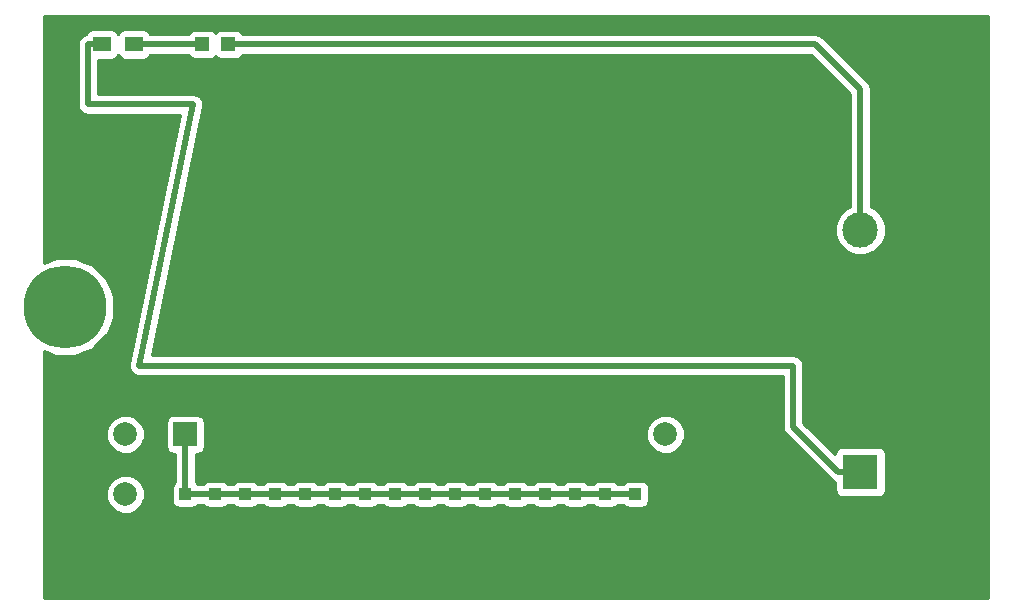
<source format=gtl>
G04 #@! TF.FileFunction,Copper,L1,Top,Signal*
%FSLAX46Y46*%
G04 Gerber Fmt 4.6, Leading zero omitted, Abs format (unit mm)*
G04 Created by KiCad (PCBNEW 4.0.7) date Tue Feb 13 14:30:32 2018*
%MOMM*%
%LPD*%
G01*
G04 APERTURE LIST*
%ADD10C,0.100000*%
%ADD11R,1.000000X1.000000*%
%ADD12R,1.200000X1.200000*%
%ADD13R,1.500000X1.300000*%
%ADD14C,3.000000*%
%ADD15R,3.000000X3.000000*%
%ADD16C,7.000000*%
%ADD17R,2.000000X2.000000*%
%ADD18C,2.000000*%
%ADD19C,0.500000*%
%ADD20C,0.254000*%
G04 APERTURE END LIST*
D10*
D11*
X144145000Y-91440000D03*
X141605000Y-91440000D03*
X139065000Y-91440000D03*
X136525000Y-91440000D03*
X133985000Y-91440000D03*
X131445000Y-91440000D03*
X128905000Y-91440000D03*
X126365000Y-91440000D03*
X123825000Y-91440000D03*
X121285000Y-91440000D03*
X118745000Y-91440000D03*
X116205000Y-91440000D03*
X113665000Y-91440000D03*
X111125000Y-91440000D03*
X108585000Y-91440000D03*
D12*
X107485000Y-53340000D03*
X109685000Y-53340000D03*
D13*
X101680000Y-53340000D03*
X98980000Y-53340000D03*
D14*
X163195000Y-69045000D03*
D15*
X163195000Y-89535000D03*
D16*
X95885000Y-75565000D03*
D17*
X106045000Y-86360000D03*
D11*
X106045000Y-91440000D03*
D18*
X100965000Y-91440000D03*
X100965000Y-86360000D03*
X146685000Y-86360000D03*
D19*
X163195000Y-64770000D02*
X163195000Y-57150000D01*
X109685000Y-53340000D02*
X151765000Y-53340000D01*
X163195000Y-64770000D02*
X163195000Y-69045000D01*
X159385000Y-53340000D02*
X151765000Y-53340000D01*
X163195000Y-57150000D02*
X159385000Y-53340000D01*
X157480000Y-84353400D02*
X157480000Y-85725000D01*
X163195000Y-89535000D02*
X161290000Y-89535000D01*
X157480000Y-80543400D02*
X157480000Y-84353400D01*
X157480000Y-80543400D02*
X153009600Y-80543400D01*
X157480000Y-85725000D02*
X161290000Y-89535000D01*
X151511000Y-80543400D02*
X153009600Y-80543400D01*
X102132351Y-80543400D02*
X106680000Y-58420000D01*
X151511000Y-80543400D02*
X102132351Y-80543400D01*
X103505000Y-58420000D02*
X97790000Y-58420000D01*
X97790000Y-58420000D02*
X97790000Y-53340000D01*
X98980000Y-53340000D02*
X97790000Y-53340000D01*
X106680000Y-58420000D02*
X103505000Y-58420000D01*
X153009600Y-80543400D02*
X153035000Y-80568800D01*
X107485000Y-53340000D02*
X101680000Y-53340000D01*
X106045000Y-86360000D02*
X106045000Y-91440000D01*
X106045000Y-91440000D02*
X108585000Y-91440000D01*
X108585000Y-91440000D02*
X111125000Y-91440000D01*
X111125000Y-91440000D02*
X113665000Y-91440000D01*
X113665000Y-91440000D02*
X116205000Y-91440000D01*
X116205000Y-91440000D02*
X118745000Y-91440000D01*
X118745000Y-91440000D02*
X121285000Y-91440000D01*
X121285000Y-91440000D02*
X123825000Y-91440000D01*
X123825000Y-91440000D02*
X126365000Y-91440000D01*
X126365000Y-91440000D02*
X128905000Y-91440000D01*
X128905000Y-91440000D02*
X131445000Y-91440000D01*
X131445000Y-91440000D02*
X133985000Y-91440000D01*
X133985000Y-91440000D02*
X136525000Y-91440000D01*
X136525000Y-91440000D02*
X139065000Y-91440000D01*
X139065000Y-91440000D02*
X141605000Y-91440000D01*
X141605000Y-91440000D02*
X144145000Y-91440000D01*
D20*
G36*
X173973000Y-100203000D02*
X94107000Y-100203000D01*
X94107000Y-91175461D01*
X99319092Y-91175461D01*
X99329973Y-91469517D01*
X99329716Y-91763795D01*
X99341959Y-91793424D01*
X99343144Y-91825460D01*
X99545613Y-92314264D01*
X99559249Y-92319306D01*
X99578106Y-92364943D01*
X100037637Y-92825278D01*
X100085468Y-92845139D01*
X100090736Y-92859387D01*
X100366581Y-92961867D01*
X100638352Y-93074716D01*
X100670411Y-93074744D01*
X100700461Y-93085908D01*
X100994517Y-93075027D01*
X101288795Y-93075284D01*
X101318424Y-93063041D01*
X101350460Y-93061856D01*
X101839264Y-92859387D01*
X101844306Y-92845751D01*
X101889943Y-92826894D01*
X102350278Y-92367363D01*
X102370139Y-92319532D01*
X102384387Y-92314264D01*
X102486867Y-92038419D01*
X102599716Y-91766648D01*
X102599744Y-91734589D01*
X102610908Y-91704539D01*
X102600027Y-91410483D01*
X102600284Y-91116205D01*
X102588041Y-91086576D01*
X102586856Y-91054540D01*
X102384387Y-90565736D01*
X102370751Y-90560694D01*
X102351894Y-90515057D01*
X101892363Y-90054722D01*
X101844532Y-90034861D01*
X101839264Y-90020613D01*
X101563419Y-89918133D01*
X101291648Y-89805284D01*
X101259589Y-89805256D01*
X101229539Y-89794092D01*
X100935483Y-89804973D01*
X100641205Y-89804716D01*
X100611576Y-89816959D01*
X100579540Y-89818144D01*
X100090736Y-90020613D01*
X100085694Y-90034249D01*
X100040057Y-90053106D01*
X99579722Y-90512637D01*
X99559861Y-90560468D01*
X99545613Y-90565736D01*
X99443133Y-90841581D01*
X99330284Y-91113352D01*
X99330256Y-91145411D01*
X99319092Y-91175461D01*
X94107000Y-91175461D01*
X94107000Y-86095461D01*
X99319092Y-86095461D01*
X99329973Y-86389517D01*
X99329716Y-86683795D01*
X99341959Y-86713424D01*
X99343144Y-86745460D01*
X99545613Y-87234264D01*
X99559249Y-87239306D01*
X99578106Y-87284943D01*
X100037637Y-87745278D01*
X100085468Y-87765139D01*
X100090736Y-87779387D01*
X100366581Y-87881867D01*
X100638352Y-87994716D01*
X100670411Y-87994744D01*
X100700461Y-88005908D01*
X100994517Y-87995027D01*
X101288795Y-87995284D01*
X101318424Y-87983041D01*
X101350460Y-87981856D01*
X101839264Y-87779387D01*
X101844306Y-87765751D01*
X101889943Y-87746894D01*
X102350278Y-87287363D01*
X102370139Y-87239532D01*
X102384387Y-87234264D01*
X102486867Y-86958419D01*
X102599716Y-86686648D01*
X102599744Y-86654589D01*
X102610908Y-86624539D01*
X102600027Y-86330483D01*
X102600284Y-86036205D01*
X102588041Y-86006576D01*
X102586856Y-85974540D01*
X102384387Y-85485736D01*
X102370751Y-85480694D01*
X102351894Y-85435057D01*
X102276969Y-85360000D01*
X104397560Y-85360000D01*
X104397560Y-87360000D01*
X104441838Y-87595317D01*
X104580910Y-87811441D01*
X104793110Y-87956431D01*
X105045000Y-88007440D01*
X105160000Y-88007440D01*
X105160000Y-90433156D01*
X105093559Y-90475910D01*
X104948569Y-90688110D01*
X104897560Y-90940000D01*
X104897560Y-91940000D01*
X104941838Y-92175317D01*
X105080910Y-92391441D01*
X105293110Y-92536431D01*
X105545000Y-92587440D01*
X106545000Y-92587440D01*
X106780317Y-92543162D01*
X106996441Y-92404090D01*
X107050481Y-92325000D01*
X107578156Y-92325000D01*
X107620910Y-92391441D01*
X107833110Y-92536431D01*
X108085000Y-92587440D01*
X109085000Y-92587440D01*
X109320317Y-92543162D01*
X109536441Y-92404090D01*
X109590481Y-92325000D01*
X110118156Y-92325000D01*
X110160910Y-92391441D01*
X110373110Y-92536431D01*
X110625000Y-92587440D01*
X111625000Y-92587440D01*
X111860317Y-92543162D01*
X112076441Y-92404090D01*
X112130481Y-92325000D01*
X112658156Y-92325000D01*
X112700910Y-92391441D01*
X112913110Y-92536431D01*
X113165000Y-92587440D01*
X114165000Y-92587440D01*
X114400317Y-92543162D01*
X114616441Y-92404090D01*
X114670481Y-92325000D01*
X115198156Y-92325000D01*
X115240910Y-92391441D01*
X115453110Y-92536431D01*
X115705000Y-92587440D01*
X116705000Y-92587440D01*
X116940317Y-92543162D01*
X117156441Y-92404090D01*
X117210481Y-92325000D01*
X117738156Y-92325000D01*
X117780910Y-92391441D01*
X117993110Y-92536431D01*
X118245000Y-92587440D01*
X119245000Y-92587440D01*
X119480317Y-92543162D01*
X119696441Y-92404090D01*
X119750481Y-92325000D01*
X120278156Y-92325000D01*
X120320910Y-92391441D01*
X120533110Y-92536431D01*
X120785000Y-92587440D01*
X121785000Y-92587440D01*
X122020317Y-92543162D01*
X122236441Y-92404090D01*
X122290481Y-92325000D01*
X122818156Y-92325000D01*
X122860910Y-92391441D01*
X123073110Y-92536431D01*
X123325000Y-92587440D01*
X124325000Y-92587440D01*
X124560317Y-92543162D01*
X124776441Y-92404090D01*
X124830481Y-92325000D01*
X125358156Y-92325000D01*
X125400910Y-92391441D01*
X125613110Y-92536431D01*
X125865000Y-92587440D01*
X126865000Y-92587440D01*
X127100317Y-92543162D01*
X127316441Y-92404090D01*
X127370481Y-92325000D01*
X127898156Y-92325000D01*
X127940910Y-92391441D01*
X128153110Y-92536431D01*
X128405000Y-92587440D01*
X129405000Y-92587440D01*
X129640317Y-92543162D01*
X129856441Y-92404090D01*
X129910481Y-92325000D01*
X130438156Y-92325000D01*
X130480910Y-92391441D01*
X130693110Y-92536431D01*
X130945000Y-92587440D01*
X131945000Y-92587440D01*
X132180317Y-92543162D01*
X132396441Y-92404090D01*
X132450481Y-92325000D01*
X132978156Y-92325000D01*
X133020910Y-92391441D01*
X133233110Y-92536431D01*
X133485000Y-92587440D01*
X134485000Y-92587440D01*
X134720317Y-92543162D01*
X134936441Y-92404090D01*
X134990481Y-92325000D01*
X135518156Y-92325000D01*
X135560910Y-92391441D01*
X135773110Y-92536431D01*
X136025000Y-92587440D01*
X137025000Y-92587440D01*
X137260317Y-92543162D01*
X137476441Y-92404090D01*
X137530481Y-92325000D01*
X138058156Y-92325000D01*
X138100910Y-92391441D01*
X138313110Y-92536431D01*
X138565000Y-92587440D01*
X139565000Y-92587440D01*
X139800317Y-92543162D01*
X140016441Y-92404090D01*
X140070481Y-92325000D01*
X140598156Y-92325000D01*
X140640910Y-92391441D01*
X140853110Y-92536431D01*
X141105000Y-92587440D01*
X142105000Y-92587440D01*
X142340317Y-92543162D01*
X142556441Y-92404090D01*
X142610481Y-92325000D01*
X143138156Y-92325000D01*
X143180910Y-92391441D01*
X143393110Y-92536431D01*
X143645000Y-92587440D01*
X144645000Y-92587440D01*
X144880317Y-92543162D01*
X145096441Y-92404090D01*
X145241431Y-92191890D01*
X145292440Y-91940000D01*
X145292440Y-90940000D01*
X145248162Y-90704683D01*
X145109090Y-90488559D01*
X144896890Y-90343569D01*
X144645000Y-90292560D01*
X143645000Y-90292560D01*
X143409683Y-90336838D01*
X143193559Y-90475910D01*
X143139519Y-90555000D01*
X142611844Y-90555000D01*
X142569090Y-90488559D01*
X142356890Y-90343569D01*
X142105000Y-90292560D01*
X141105000Y-90292560D01*
X140869683Y-90336838D01*
X140653559Y-90475910D01*
X140599519Y-90555000D01*
X140071844Y-90555000D01*
X140029090Y-90488559D01*
X139816890Y-90343569D01*
X139565000Y-90292560D01*
X138565000Y-90292560D01*
X138329683Y-90336838D01*
X138113559Y-90475910D01*
X138059519Y-90555000D01*
X137531844Y-90555000D01*
X137489090Y-90488559D01*
X137276890Y-90343569D01*
X137025000Y-90292560D01*
X136025000Y-90292560D01*
X135789683Y-90336838D01*
X135573559Y-90475910D01*
X135519519Y-90555000D01*
X134991844Y-90555000D01*
X134949090Y-90488559D01*
X134736890Y-90343569D01*
X134485000Y-90292560D01*
X133485000Y-90292560D01*
X133249683Y-90336838D01*
X133033559Y-90475910D01*
X132979519Y-90555000D01*
X132451844Y-90555000D01*
X132409090Y-90488559D01*
X132196890Y-90343569D01*
X131945000Y-90292560D01*
X130945000Y-90292560D01*
X130709683Y-90336838D01*
X130493559Y-90475910D01*
X130439519Y-90555000D01*
X129911844Y-90555000D01*
X129869090Y-90488559D01*
X129656890Y-90343569D01*
X129405000Y-90292560D01*
X128405000Y-90292560D01*
X128169683Y-90336838D01*
X127953559Y-90475910D01*
X127899519Y-90555000D01*
X127371844Y-90555000D01*
X127329090Y-90488559D01*
X127116890Y-90343569D01*
X126865000Y-90292560D01*
X125865000Y-90292560D01*
X125629683Y-90336838D01*
X125413559Y-90475910D01*
X125359519Y-90555000D01*
X124831844Y-90555000D01*
X124789090Y-90488559D01*
X124576890Y-90343569D01*
X124325000Y-90292560D01*
X123325000Y-90292560D01*
X123089683Y-90336838D01*
X122873559Y-90475910D01*
X122819519Y-90555000D01*
X122291844Y-90555000D01*
X122249090Y-90488559D01*
X122036890Y-90343569D01*
X121785000Y-90292560D01*
X120785000Y-90292560D01*
X120549683Y-90336838D01*
X120333559Y-90475910D01*
X120279519Y-90555000D01*
X119751844Y-90555000D01*
X119709090Y-90488559D01*
X119496890Y-90343569D01*
X119245000Y-90292560D01*
X118245000Y-90292560D01*
X118009683Y-90336838D01*
X117793559Y-90475910D01*
X117739519Y-90555000D01*
X117211844Y-90555000D01*
X117169090Y-90488559D01*
X116956890Y-90343569D01*
X116705000Y-90292560D01*
X115705000Y-90292560D01*
X115469683Y-90336838D01*
X115253559Y-90475910D01*
X115199519Y-90555000D01*
X114671844Y-90555000D01*
X114629090Y-90488559D01*
X114416890Y-90343569D01*
X114165000Y-90292560D01*
X113165000Y-90292560D01*
X112929683Y-90336838D01*
X112713559Y-90475910D01*
X112659519Y-90555000D01*
X112131844Y-90555000D01*
X112089090Y-90488559D01*
X111876890Y-90343569D01*
X111625000Y-90292560D01*
X110625000Y-90292560D01*
X110389683Y-90336838D01*
X110173559Y-90475910D01*
X110119519Y-90555000D01*
X109591844Y-90555000D01*
X109549090Y-90488559D01*
X109336890Y-90343569D01*
X109085000Y-90292560D01*
X108085000Y-90292560D01*
X107849683Y-90336838D01*
X107633559Y-90475910D01*
X107579519Y-90555000D01*
X107051844Y-90555000D01*
X107009090Y-90488559D01*
X106930000Y-90434519D01*
X106930000Y-88007440D01*
X107045000Y-88007440D01*
X107280317Y-87963162D01*
X107496441Y-87824090D01*
X107641431Y-87611890D01*
X107692440Y-87360000D01*
X107692440Y-86095461D01*
X145039092Y-86095461D01*
X145049973Y-86389517D01*
X145049716Y-86683795D01*
X145061959Y-86713424D01*
X145063144Y-86745460D01*
X145265613Y-87234264D01*
X145279249Y-87239306D01*
X145298106Y-87284943D01*
X145757637Y-87745278D01*
X145805468Y-87765139D01*
X145810736Y-87779387D01*
X146086581Y-87881867D01*
X146358352Y-87994716D01*
X146390411Y-87994744D01*
X146420461Y-88005908D01*
X146714517Y-87995027D01*
X147008795Y-87995284D01*
X147038424Y-87983041D01*
X147070460Y-87981856D01*
X147559264Y-87779387D01*
X147564306Y-87765751D01*
X147609943Y-87746894D01*
X148070278Y-87287363D01*
X148090139Y-87239532D01*
X148104387Y-87234264D01*
X148206867Y-86958419D01*
X148319716Y-86686648D01*
X148319744Y-86654589D01*
X148330908Y-86624539D01*
X148320027Y-86330483D01*
X148320284Y-86036205D01*
X148308041Y-86006576D01*
X148306856Y-85974540D01*
X148104387Y-85485736D01*
X148090751Y-85480694D01*
X148071894Y-85435057D01*
X147612363Y-84974722D01*
X147564532Y-84954861D01*
X147559264Y-84940613D01*
X147283419Y-84838133D01*
X147011648Y-84725284D01*
X146979589Y-84725256D01*
X146949539Y-84714092D01*
X146655483Y-84724973D01*
X146361205Y-84724716D01*
X146331576Y-84736959D01*
X146299540Y-84738144D01*
X145810736Y-84940613D01*
X145805694Y-84954249D01*
X145760057Y-84973106D01*
X145299722Y-85432637D01*
X145279861Y-85480468D01*
X145265613Y-85485736D01*
X145163133Y-85761581D01*
X145050284Y-86033352D01*
X145050256Y-86065411D01*
X145039092Y-86095461D01*
X107692440Y-86095461D01*
X107692440Y-85360000D01*
X107648162Y-85124683D01*
X107509090Y-84908559D01*
X107296890Y-84763569D01*
X107045000Y-84712560D01*
X105045000Y-84712560D01*
X104809683Y-84756838D01*
X104593559Y-84895910D01*
X104448569Y-85108110D01*
X104397560Y-85360000D01*
X102276969Y-85360000D01*
X101892363Y-84974722D01*
X101844532Y-84954861D01*
X101839264Y-84940613D01*
X101563419Y-84838133D01*
X101291648Y-84725284D01*
X101259589Y-84725256D01*
X101229539Y-84714092D01*
X100935483Y-84724973D01*
X100641205Y-84724716D01*
X100611576Y-84736959D01*
X100579540Y-84738144D01*
X100090736Y-84940613D01*
X100085694Y-84954249D01*
X100040057Y-84973106D01*
X99579722Y-85432637D01*
X99559861Y-85480468D01*
X99545613Y-85485736D01*
X99443133Y-85761581D01*
X99330284Y-86033352D01*
X99330256Y-86065411D01*
X99319092Y-86095461D01*
X94107000Y-86095461D01*
X94107000Y-79304021D01*
X94283491Y-79377307D01*
X95024730Y-79692307D01*
X95042487Y-79692469D01*
X95058889Y-79699280D01*
X95864327Y-79699983D01*
X96669666Y-79707346D01*
X96686134Y-79700700D01*
X96703894Y-79700716D01*
X97448262Y-79393149D01*
X98195145Y-79091750D01*
X98223407Y-79072865D01*
X98224229Y-79072526D01*
X98224864Y-79071892D01*
X98259238Y-79048924D01*
X98296201Y-79000679D01*
X99328376Y-77970304D01*
X99368924Y-77939238D01*
X99375870Y-77922893D01*
X99388438Y-77910347D01*
X99697307Y-77166509D01*
X100012307Y-76425270D01*
X100012469Y-76407513D01*
X100019280Y-76391111D01*
X100019983Y-75585673D01*
X100027346Y-74780334D01*
X100020700Y-74763866D01*
X100020716Y-74746106D01*
X99713149Y-74001738D01*
X99411750Y-73254855D01*
X99392865Y-73226593D01*
X99392526Y-73225771D01*
X99391892Y-73225136D01*
X99368924Y-73190762D01*
X99320679Y-73153799D01*
X98290304Y-72121624D01*
X98259238Y-72081076D01*
X98242893Y-72074130D01*
X98230347Y-72061562D01*
X97486509Y-71752693D01*
X96745270Y-71437693D01*
X96727513Y-71437531D01*
X96711111Y-71430720D01*
X95905673Y-71430017D01*
X95100334Y-71422654D01*
X95083866Y-71429300D01*
X95066106Y-71429284D01*
X94321738Y-71736851D01*
X94107000Y-71823507D01*
X94107000Y-53340000D01*
X96905000Y-53340000D01*
X96905000Y-58420000D01*
X96972367Y-58758675D01*
X97164210Y-59045790D01*
X97451325Y-59237633D01*
X97790000Y-59305000D01*
X105594577Y-59305000D01*
X101265476Y-80365207D01*
X101264902Y-80455167D01*
X101247351Y-80543400D01*
X101263810Y-80626147D01*
X101263272Y-80710510D01*
X101297167Y-80793842D01*
X101314718Y-80882075D01*
X101361588Y-80952222D01*
X101393376Y-81030372D01*
X101456581Y-81094389D01*
X101506561Y-81169190D01*
X101576711Y-81216062D01*
X101635983Y-81276096D01*
X101718875Y-81311053D01*
X101793676Y-81361033D01*
X101876421Y-81377492D01*
X101954158Y-81410275D01*
X102044118Y-81410849D01*
X102132351Y-81428400D01*
X152907303Y-81428400D01*
X153035000Y-81453801D01*
X153162697Y-81428400D01*
X156595000Y-81428400D01*
X156595000Y-85724995D01*
X156594999Y-85725000D01*
X156644637Y-85974540D01*
X156662367Y-86063675D01*
X156854210Y-86350790D01*
X160664208Y-90160787D01*
X160664210Y-90160790D01*
X160951325Y-90352633D01*
X161007516Y-90363810D01*
X161047560Y-90371776D01*
X161047560Y-91035000D01*
X161091838Y-91270317D01*
X161230910Y-91486441D01*
X161443110Y-91631431D01*
X161695000Y-91682440D01*
X164695000Y-91682440D01*
X164930317Y-91638162D01*
X165146441Y-91499090D01*
X165291431Y-91286890D01*
X165342440Y-91035000D01*
X165342440Y-88035000D01*
X165298162Y-87799683D01*
X165159090Y-87583559D01*
X164946890Y-87438569D01*
X164695000Y-87387560D01*
X161695000Y-87387560D01*
X161459683Y-87431838D01*
X161243559Y-87570910D01*
X161098569Y-87783110D01*
X161047560Y-88035000D01*
X161047560Y-88040981D01*
X158365000Y-85358420D01*
X158365000Y-80543400D01*
X158297633Y-80204725D01*
X158105790Y-79917610D01*
X157818675Y-79725767D01*
X157480000Y-79658400D01*
X153009605Y-79658400D01*
X153009600Y-79658399D01*
X153009595Y-79658400D01*
X103217774Y-79658400D01*
X107546875Y-58598193D01*
X107547449Y-58508233D01*
X107565000Y-58420000D01*
X107548541Y-58337253D01*
X107549079Y-58252890D01*
X107515184Y-58169557D01*
X107497633Y-58081325D01*
X107450764Y-58011181D01*
X107418976Y-57933028D01*
X107355769Y-57869009D01*
X107305790Y-57794210D01*
X107235641Y-57747338D01*
X107176368Y-57687304D01*
X107093476Y-57652347D01*
X107018675Y-57602367D01*
X106935930Y-57585908D01*
X106858193Y-57553125D01*
X106768232Y-57552551D01*
X106680000Y-57535000D01*
X98675000Y-57535000D01*
X98675000Y-54637440D01*
X99730000Y-54637440D01*
X99965317Y-54593162D01*
X100181441Y-54454090D01*
X100326431Y-54241890D01*
X100329081Y-54228803D01*
X100465910Y-54441441D01*
X100678110Y-54586431D01*
X100930000Y-54637440D01*
X102430000Y-54637440D01*
X102665317Y-54593162D01*
X102881441Y-54454090D01*
X103026431Y-54241890D01*
X103029851Y-54225000D01*
X106313808Y-54225000D01*
X106420910Y-54391441D01*
X106633110Y-54536431D01*
X106885000Y-54587440D01*
X108085000Y-54587440D01*
X108320317Y-54543162D01*
X108536441Y-54404090D01*
X108584134Y-54334289D01*
X108620910Y-54391441D01*
X108833110Y-54536431D01*
X109085000Y-54587440D01*
X110285000Y-54587440D01*
X110520317Y-54543162D01*
X110736441Y-54404090D01*
X110858808Y-54225000D01*
X159018420Y-54225000D01*
X162310000Y-57516579D01*
X162310000Y-67100601D01*
X161987200Y-67233980D01*
X161386091Y-67834041D01*
X161060372Y-68618459D01*
X161059630Y-69467815D01*
X161383980Y-70252800D01*
X161984041Y-70853909D01*
X162768459Y-71179628D01*
X163617815Y-71180370D01*
X164402800Y-70856020D01*
X165003909Y-70255959D01*
X165329628Y-69471541D01*
X165330370Y-68622185D01*
X165006020Y-67837200D01*
X164405959Y-67236091D01*
X164080000Y-67100741D01*
X164080000Y-57150005D01*
X164080001Y-57150000D01*
X164012633Y-56811326D01*
X164012633Y-56811325D01*
X163820790Y-56524210D01*
X163820787Y-56524208D01*
X160010790Y-52714210D01*
X159974557Y-52690000D01*
X159723675Y-52522367D01*
X159667484Y-52511190D01*
X159385000Y-52454999D01*
X159384995Y-52455000D01*
X110856192Y-52455000D01*
X110749090Y-52288559D01*
X110536890Y-52143569D01*
X110285000Y-52092560D01*
X109085000Y-52092560D01*
X108849683Y-52136838D01*
X108633559Y-52275910D01*
X108585866Y-52345711D01*
X108549090Y-52288559D01*
X108336890Y-52143569D01*
X108085000Y-52092560D01*
X106885000Y-52092560D01*
X106649683Y-52136838D01*
X106433559Y-52275910D01*
X106311192Y-52455000D01*
X103033222Y-52455000D01*
X103033162Y-52454683D01*
X102894090Y-52238559D01*
X102681890Y-52093569D01*
X102430000Y-52042560D01*
X100930000Y-52042560D01*
X100694683Y-52086838D01*
X100478559Y-52225910D01*
X100333569Y-52438110D01*
X100330919Y-52451197D01*
X100194090Y-52238559D01*
X99981890Y-52093569D01*
X99730000Y-52042560D01*
X98230000Y-52042560D01*
X97994683Y-52086838D01*
X97778559Y-52225910D01*
X97633569Y-52438110D01*
X97623439Y-52488131D01*
X97451325Y-52522367D01*
X97164210Y-52714210D01*
X96972367Y-53001325D01*
X96905000Y-53340000D01*
X94107000Y-53340000D01*
X94107000Y-50927000D01*
X173973000Y-50927000D01*
X173973000Y-100203000D01*
X173973000Y-100203000D01*
G37*
X173973000Y-100203000D02*
X94107000Y-100203000D01*
X94107000Y-91175461D01*
X99319092Y-91175461D01*
X99329973Y-91469517D01*
X99329716Y-91763795D01*
X99341959Y-91793424D01*
X99343144Y-91825460D01*
X99545613Y-92314264D01*
X99559249Y-92319306D01*
X99578106Y-92364943D01*
X100037637Y-92825278D01*
X100085468Y-92845139D01*
X100090736Y-92859387D01*
X100366581Y-92961867D01*
X100638352Y-93074716D01*
X100670411Y-93074744D01*
X100700461Y-93085908D01*
X100994517Y-93075027D01*
X101288795Y-93075284D01*
X101318424Y-93063041D01*
X101350460Y-93061856D01*
X101839264Y-92859387D01*
X101844306Y-92845751D01*
X101889943Y-92826894D01*
X102350278Y-92367363D01*
X102370139Y-92319532D01*
X102384387Y-92314264D01*
X102486867Y-92038419D01*
X102599716Y-91766648D01*
X102599744Y-91734589D01*
X102610908Y-91704539D01*
X102600027Y-91410483D01*
X102600284Y-91116205D01*
X102588041Y-91086576D01*
X102586856Y-91054540D01*
X102384387Y-90565736D01*
X102370751Y-90560694D01*
X102351894Y-90515057D01*
X101892363Y-90054722D01*
X101844532Y-90034861D01*
X101839264Y-90020613D01*
X101563419Y-89918133D01*
X101291648Y-89805284D01*
X101259589Y-89805256D01*
X101229539Y-89794092D01*
X100935483Y-89804973D01*
X100641205Y-89804716D01*
X100611576Y-89816959D01*
X100579540Y-89818144D01*
X100090736Y-90020613D01*
X100085694Y-90034249D01*
X100040057Y-90053106D01*
X99579722Y-90512637D01*
X99559861Y-90560468D01*
X99545613Y-90565736D01*
X99443133Y-90841581D01*
X99330284Y-91113352D01*
X99330256Y-91145411D01*
X99319092Y-91175461D01*
X94107000Y-91175461D01*
X94107000Y-86095461D01*
X99319092Y-86095461D01*
X99329973Y-86389517D01*
X99329716Y-86683795D01*
X99341959Y-86713424D01*
X99343144Y-86745460D01*
X99545613Y-87234264D01*
X99559249Y-87239306D01*
X99578106Y-87284943D01*
X100037637Y-87745278D01*
X100085468Y-87765139D01*
X100090736Y-87779387D01*
X100366581Y-87881867D01*
X100638352Y-87994716D01*
X100670411Y-87994744D01*
X100700461Y-88005908D01*
X100994517Y-87995027D01*
X101288795Y-87995284D01*
X101318424Y-87983041D01*
X101350460Y-87981856D01*
X101839264Y-87779387D01*
X101844306Y-87765751D01*
X101889943Y-87746894D01*
X102350278Y-87287363D01*
X102370139Y-87239532D01*
X102384387Y-87234264D01*
X102486867Y-86958419D01*
X102599716Y-86686648D01*
X102599744Y-86654589D01*
X102610908Y-86624539D01*
X102600027Y-86330483D01*
X102600284Y-86036205D01*
X102588041Y-86006576D01*
X102586856Y-85974540D01*
X102384387Y-85485736D01*
X102370751Y-85480694D01*
X102351894Y-85435057D01*
X102276969Y-85360000D01*
X104397560Y-85360000D01*
X104397560Y-87360000D01*
X104441838Y-87595317D01*
X104580910Y-87811441D01*
X104793110Y-87956431D01*
X105045000Y-88007440D01*
X105160000Y-88007440D01*
X105160000Y-90433156D01*
X105093559Y-90475910D01*
X104948569Y-90688110D01*
X104897560Y-90940000D01*
X104897560Y-91940000D01*
X104941838Y-92175317D01*
X105080910Y-92391441D01*
X105293110Y-92536431D01*
X105545000Y-92587440D01*
X106545000Y-92587440D01*
X106780317Y-92543162D01*
X106996441Y-92404090D01*
X107050481Y-92325000D01*
X107578156Y-92325000D01*
X107620910Y-92391441D01*
X107833110Y-92536431D01*
X108085000Y-92587440D01*
X109085000Y-92587440D01*
X109320317Y-92543162D01*
X109536441Y-92404090D01*
X109590481Y-92325000D01*
X110118156Y-92325000D01*
X110160910Y-92391441D01*
X110373110Y-92536431D01*
X110625000Y-92587440D01*
X111625000Y-92587440D01*
X111860317Y-92543162D01*
X112076441Y-92404090D01*
X112130481Y-92325000D01*
X112658156Y-92325000D01*
X112700910Y-92391441D01*
X112913110Y-92536431D01*
X113165000Y-92587440D01*
X114165000Y-92587440D01*
X114400317Y-92543162D01*
X114616441Y-92404090D01*
X114670481Y-92325000D01*
X115198156Y-92325000D01*
X115240910Y-92391441D01*
X115453110Y-92536431D01*
X115705000Y-92587440D01*
X116705000Y-92587440D01*
X116940317Y-92543162D01*
X117156441Y-92404090D01*
X117210481Y-92325000D01*
X117738156Y-92325000D01*
X117780910Y-92391441D01*
X117993110Y-92536431D01*
X118245000Y-92587440D01*
X119245000Y-92587440D01*
X119480317Y-92543162D01*
X119696441Y-92404090D01*
X119750481Y-92325000D01*
X120278156Y-92325000D01*
X120320910Y-92391441D01*
X120533110Y-92536431D01*
X120785000Y-92587440D01*
X121785000Y-92587440D01*
X122020317Y-92543162D01*
X122236441Y-92404090D01*
X122290481Y-92325000D01*
X122818156Y-92325000D01*
X122860910Y-92391441D01*
X123073110Y-92536431D01*
X123325000Y-92587440D01*
X124325000Y-92587440D01*
X124560317Y-92543162D01*
X124776441Y-92404090D01*
X124830481Y-92325000D01*
X125358156Y-92325000D01*
X125400910Y-92391441D01*
X125613110Y-92536431D01*
X125865000Y-92587440D01*
X126865000Y-92587440D01*
X127100317Y-92543162D01*
X127316441Y-92404090D01*
X127370481Y-92325000D01*
X127898156Y-92325000D01*
X127940910Y-92391441D01*
X128153110Y-92536431D01*
X128405000Y-92587440D01*
X129405000Y-92587440D01*
X129640317Y-92543162D01*
X129856441Y-92404090D01*
X129910481Y-92325000D01*
X130438156Y-92325000D01*
X130480910Y-92391441D01*
X130693110Y-92536431D01*
X130945000Y-92587440D01*
X131945000Y-92587440D01*
X132180317Y-92543162D01*
X132396441Y-92404090D01*
X132450481Y-92325000D01*
X132978156Y-92325000D01*
X133020910Y-92391441D01*
X133233110Y-92536431D01*
X133485000Y-92587440D01*
X134485000Y-92587440D01*
X134720317Y-92543162D01*
X134936441Y-92404090D01*
X134990481Y-92325000D01*
X135518156Y-92325000D01*
X135560910Y-92391441D01*
X135773110Y-92536431D01*
X136025000Y-92587440D01*
X137025000Y-92587440D01*
X137260317Y-92543162D01*
X137476441Y-92404090D01*
X137530481Y-92325000D01*
X138058156Y-92325000D01*
X138100910Y-92391441D01*
X138313110Y-92536431D01*
X138565000Y-92587440D01*
X139565000Y-92587440D01*
X139800317Y-92543162D01*
X140016441Y-92404090D01*
X140070481Y-92325000D01*
X140598156Y-92325000D01*
X140640910Y-92391441D01*
X140853110Y-92536431D01*
X141105000Y-92587440D01*
X142105000Y-92587440D01*
X142340317Y-92543162D01*
X142556441Y-92404090D01*
X142610481Y-92325000D01*
X143138156Y-92325000D01*
X143180910Y-92391441D01*
X143393110Y-92536431D01*
X143645000Y-92587440D01*
X144645000Y-92587440D01*
X144880317Y-92543162D01*
X145096441Y-92404090D01*
X145241431Y-92191890D01*
X145292440Y-91940000D01*
X145292440Y-90940000D01*
X145248162Y-90704683D01*
X145109090Y-90488559D01*
X144896890Y-90343569D01*
X144645000Y-90292560D01*
X143645000Y-90292560D01*
X143409683Y-90336838D01*
X143193559Y-90475910D01*
X143139519Y-90555000D01*
X142611844Y-90555000D01*
X142569090Y-90488559D01*
X142356890Y-90343569D01*
X142105000Y-90292560D01*
X141105000Y-90292560D01*
X140869683Y-90336838D01*
X140653559Y-90475910D01*
X140599519Y-90555000D01*
X140071844Y-90555000D01*
X140029090Y-90488559D01*
X139816890Y-90343569D01*
X139565000Y-90292560D01*
X138565000Y-90292560D01*
X138329683Y-90336838D01*
X138113559Y-90475910D01*
X138059519Y-90555000D01*
X137531844Y-90555000D01*
X137489090Y-90488559D01*
X137276890Y-90343569D01*
X137025000Y-90292560D01*
X136025000Y-90292560D01*
X135789683Y-90336838D01*
X135573559Y-90475910D01*
X135519519Y-90555000D01*
X134991844Y-90555000D01*
X134949090Y-90488559D01*
X134736890Y-90343569D01*
X134485000Y-90292560D01*
X133485000Y-90292560D01*
X133249683Y-90336838D01*
X133033559Y-90475910D01*
X132979519Y-90555000D01*
X132451844Y-90555000D01*
X132409090Y-90488559D01*
X132196890Y-90343569D01*
X131945000Y-90292560D01*
X130945000Y-90292560D01*
X130709683Y-90336838D01*
X130493559Y-90475910D01*
X130439519Y-90555000D01*
X129911844Y-90555000D01*
X129869090Y-90488559D01*
X129656890Y-90343569D01*
X129405000Y-90292560D01*
X128405000Y-90292560D01*
X128169683Y-90336838D01*
X127953559Y-90475910D01*
X127899519Y-90555000D01*
X127371844Y-90555000D01*
X127329090Y-90488559D01*
X127116890Y-90343569D01*
X126865000Y-90292560D01*
X125865000Y-90292560D01*
X125629683Y-90336838D01*
X125413559Y-90475910D01*
X125359519Y-90555000D01*
X124831844Y-90555000D01*
X124789090Y-90488559D01*
X124576890Y-90343569D01*
X124325000Y-90292560D01*
X123325000Y-90292560D01*
X123089683Y-90336838D01*
X122873559Y-90475910D01*
X122819519Y-90555000D01*
X122291844Y-90555000D01*
X122249090Y-90488559D01*
X122036890Y-90343569D01*
X121785000Y-90292560D01*
X120785000Y-90292560D01*
X120549683Y-90336838D01*
X120333559Y-90475910D01*
X120279519Y-90555000D01*
X119751844Y-90555000D01*
X119709090Y-90488559D01*
X119496890Y-90343569D01*
X119245000Y-90292560D01*
X118245000Y-90292560D01*
X118009683Y-90336838D01*
X117793559Y-90475910D01*
X117739519Y-90555000D01*
X117211844Y-90555000D01*
X117169090Y-90488559D01*
X116956890Y-90343569D01*
X116705000Y-90292560D01*
X115705000Y-90292560D01*
X115469683Y-90336838D01*
X115253559Y-90475910D01*
X115199519Y-90555000D01*
X114671844Y-90555000D01*
X114629090Y-90488559D01*
X114416890Y-90343569D01*
X114165000Y-90292560D01*
X113165000Y-90292560D01*
X112929683Y-90336838D01*
X112713559Y-90475910D01*
X112659519Y-90555000D01*
X112131844Y-90555000D01*
X112089090Y-90488559D01*
X111876890Y-90343569D01*
X111625000Y-90292560D01*
X110625000Y-90292560D01*
X110389683Y-90336838D01*
X110173559Y-90475910D01*
X110119519Y-90555000D01*
X109591844Y-90555000D01*
X109549090Y-90488559D01*
X109336890Y-90343569D01*
X109085000Y-90292560D01*
X108085000Y-90292560D01*
X107849683Y-90336838D01*
X107633559Y-90475910D01*
X107579519Y-90555000D01*
X107051844Y-90555000D01*
X107009090Y-90488559D01*
X106930000Y-90434519D01*
X106930000Y-88007440D01*
X107045000Y-88007440D01*
X107280317Y-87963162D01*
X107496441Y-87824090D01*
X107641431Y-87611890D01*
X107692440Y-87360000D01*
X107692440Y-86095461D01*
X145039092Y-86095461D01*
X145049973Y-86389517D01*
X145049716Y-86683795D01*
X145061959Y-86713424D01*
X145063144Y-86745460D01*
X145265613Y-87234264D01*
X145279249Y-87239306D01*
X145298106Y-87284943D01*
X145757637Y-87745278D01*
X145805468Y-87765139D01*
X145810736Y-87779387D01*
X146086581Y-87881867D01*
X146358352Y-87994716D01*
X146390411Y-87994744D01*
X146420461Y-88005908D01*
X146714517Y-87995027D01*
X147008795Y-87995284D01*
X147038424Y-87983041D01*
X147070460Y-87981856D01*
X147559264Y-87779387D01*
X147564306Y-87765751D01*
X147609943Y-87746894D01*
X148070278Y-87287363D01*
X148090139Y-87239532D01*
X148104387Y-87234264D01*
X148206867Y-86958419D01*
X148319716Y-86686648D01*
X148319744Y-86654589D01*
X148330908Y-86624539D01*
X148320027Y-86330483D01*
X148320284Y-86036205D01*
X148308041Y-86006576D01*
X148306856Y-85974540D01*
X148104387Y-85485736D01*
X148090751Y-85480694D01*
X148071894Y-85435057D01*
X147612363Y-84974722D01*
X147564532Y-84954861D01*
X147559264Y-84940613D01*
X147283419Y-84838133D01*
X147011648Y-84725284D01*
X146979589Y-84725256D01*
X146949539Y-84714092D01*
X146655483Y-84724973D01*
X146361205Y-84724716D01*
X146331576Y-84736959D01*
X146299540Y-84738144D01*
X145810736Y-84940613D01*
X145805694Y-84954249D01*
X145760057Y-84973106D01*
X145299722Y-85432637D01*
X145279861Y-85480468D01*
X145265613Y-85485736D01*
X145163133Y-85761581D01*
X145050284Y-86033352D01*
X145050256Y-86065411D01*
X145039092Y-86095461D01*
X107692440Y-86095461D01*
X107692440Y-85360000D01*
X107648162Y-85124683D01*
X107509090Y-84908559D01*
X107296890Y-84763569D01*
X107045000Y-84712560D01*
X105045000Y-84712560D01*
X104809683Y-84756838D01*
X104593559Y-84895910D01*
X104448569Y-85108110D01*
X104397560Y-85360000D01*
X102276969Y-85360000D01*
X101892363Y-84974722D01*
X101844532Y-84954861D01*
X101839264Y-84940613D01*
X101563419Y-84838133D01*
X101291648Y-84725284D01*
X101259589Y-84725256D01*
X101229539Y-84714092D01*
X100935483Y-84724973D01*
X100641205Y-84724716D01*
X100611576Y-84736959D01*
X100579540Y-84738144D01*
X100090736Y-84940613D01*
X100085694Y-84954249D01*
X100040057Y-84973106D01*
X99579722Y-85432637D01*
X99559861Y-85480468D01*
X99545613Y-85485736D01*
X99443133Y-85761581D01*
X99330284Y-86033352D01*
X99330256Y-86065411D01*
X99319092Y-86095461D01*
X94107000Y-86095461D01*
X94107000Y-79304021D01*
X94283491Y-79377307D01*
X95024730Y-79692307D01*
X95042487Y-79692469D01*
X95058889Y-79699280D01*
X95864327Y-79699983D01*
X96669666Y-79707346D01*
X96686134Y-79700700D01*
X96703894Y-79700716D01*
X97448262Y-79393149D01*
X98195145Y-79091750D01*
X98223407Y-79072865D01*
X98224229Y-79072526D01*
X98224864Y-79071892D01*
X98259238Y-79048924D01*
X98296201Y-79000679D01*
X99328376Y-77970304D01*
X99368924Y-77939238D01*
X99375870Y-77922893D01*
X99388438Y-77910347D01*
X99697307Y-77166509D01*
X100012307Y-76425270D01*
X100012469Y-76407513D01*
X100019280Y-76391111D01*
X100019983Y-75585673D01*
X100027346Y-74780334D01*
X100020700Y-74763866D01*
X100020716Y-74746106D01*
X99713149Y-74001738D01*
X99411750Y-73254855D01*
X99392865Y-73226593D01*
X99392526Y-73225771D01*
X99391892Y-73225136D01*
X99368924Y-73190762D01*
X99320679Y-73153799D01*
X98290304Y-72121624D01*
X98259238Y-72081076D01*
X98242893Y-72074130D01*
X98230347Y-72061562D01*
X97486509Y-71752693D01*
X96745270Y-71437693D01*
X96727513Y-71437531D01*
X96711111Y-71430720D01*
X95905673Y-71430017D01*
X95100334Y-71422654D01*
X95083866Y-71429300D01*
X95066106Y-71429284D01*
X94321738Y-71736851D01*
X94107000Y-71823507D01*
X94107000Y-53340000D01*
X96905000Y-53340000D01*
X96905000Y-58420000D01*
X96972367Y-58758675D01*
X97164210Y-59045790D01*
X97451325Y-59237633D01*
X97790000Y-59305000D01*
X105594577Y-59305000D01*
X101265476Y-80365207D01*
X101264902Y-80455167D01*
X101247351Y-80543400D01*
X101263810Y-80626147D01*
X101263272Y-80710510D01*
X101297167Y-80793842D01*
X101314718Y-80882075D01*
X101361588Y-80952222D01*
X101393376Y-81030372D01*
X101456581Y-81094389D01*
X101506561Y-81169190D01*
X101576711Y-81216062D01*
X101635983Y-81276096D01*
X101718875Y-81311053D01*
X101793676Y-81361033D01*
X101876421Y-81377492D01*
X101954158Y-81410275D01*
X102044118Y-81410849D01*
X102132351Y-81428400D01*
X152907303Y-81428400D01*
X153035000Y-81453801D01*
X153162697Y-81428400D01*
X156595000Y-81428400D01*
X156595000Y-85724995D01*
X156594999Y-85725000D01*
X156644637Y-85974540D01*
X156662367Y-86063675D01*
X156854210Y-86350790D01*
X160664208Y-90160787D01*
X160664210Y-90160790D01*
X160951325Y-90352633D01*
X161007516Y-90363810D01*
X161047560Y-90371776D01*
X161047560Y-91035000D01*
X161091838Y-91270317D01*
X161230910Y-91486441D01*
X161443110Y-91631431D01*
X161695000Y-91682440D01*
X164695000Y-91682440D01*
X164930317Y-91638162D01*
X165146441Y-91499090D01*
X165291431Y-91286890D01*
X165342440Y-91035000D01*
X165342440Y-88035000D01*
X165298162Y-87799683D01*
X165159090Y-87583559D01*
X164946890Y-87438569D01*
X164695000Y-87387560D01*
X161695000Y-87387560D01*
X161459683Y-87431838D01*
X161243559Y-87570910D01*
X161098569Y-87783110D01*
X161047560Y-88035000D01*
X161047560Y-88040981D01*
X158365000Y-85358420D01*
X158365000Y-80543400D01*
X158297633Y-80204725D01*
X158105790Y-79917610D01*
X157818675Y-79725767D01*
X157480000Y-79658400D01*
X153009605Y-79658400D01*
X153009600Y-79658399D01*
X153009595Y-79658400D01*
X103217774Y-79658400D01*
X107546875Y-58598193D01*
X107547449Y-58508233D01*
X107565000Y-58420000D01*
X107548541Y-58337253D01*
X107549079Y-58252890D01*
X107515184Y-58169557D01*
X107497633Y-58081325D01*
X107450764Y-58011181D01*
X107418976Y-57933028D01*
X107355769Y-57869009D01*
X107305790Y-57794210D01*
X107235641Y-57747338D01*
X107176368Y-57687304D01*
X107093476Y-57652347D01*
X107018675Y-57602367D01*
X106935930Y-57585908D01*
X106858193Y-57553125D01*
X106768232Y-57552551D01*
X106680000Y-57535000D01*
X98675000Y-57535000D01*
X98675000Y-54637440D01*
X99730000Y-54637440D01*
X99965317Y-54593162D01*
X100181441Y-54454090D01*
X100326431Y-54241890D01*
X100329081Y-54228803D01*
X100465910Y-54441441D01*
X100678110Y-54586431D01*
X100930000Y-54637440D01*
X102430000Y-54637440D01*
X102665317Y-54593162D01*
X102881441Y-54454090D01*
X103026431Y-54241890D01*
X103029851Y-54225000D01*
X106313808Y-54225000D01*
X106420910Y-54391441D01*
X106633110Y-54536431D01*
X106885000Y-54587440D01*
X108085000Y-54587440D01*
X108320317Y-54543162D01*
X108536441Y-54404090D01*
X108584134Y-54334289D01*
X108620910Y-54391441D01*
X108833110Y-54536431D01*
X109085000Y-54587440D01*
X110285000Y-54587440D01*
X110520317Y-54543162D01*
X110736441Y-54404090D01*
X110858808Y-54225000D01*
X159018420Y-54225000D01*
X162310000Y-57516579D01*
X162310000Y-67100601D01*
X161987200Y-67233980D01*
X161386091Y-67834041D01*
X161060372Y-68618459D01*
X161059630Y-69467815D01*
X161383980Y-70252800D01*
X161984041Y-70853909D01*
X162768459Y-71179628D01*
X163617815Y-71180370D01*
X164402800Y-70856020D01*
X165003909Y-70255959D01*
X165329628Y-69471541D01*
X165330370Y-68622185D01*
X165006020Y-67837200D01*
X164405959Y-67236091D01*
X164080000Y-67100741D01*
X164080000Y-57150005D01*
X164080001Y-57150000D01*
X164012633Y-56811326D01*
X164012633Y-56811325D01*
X163820790Y-56524210D01*
X163820787Y-56524208D01*
X160010790Y-52714210D01*
X159974557Y-52690000D01*
X159723675Y-52522367D01*
X159667484Y-52511190D01*
X159385000Y-52454999D01*
X159384995Y-52455000D01*
X110856192Y-52455000D01*
X110749090Y-52288559D01*
X110536890Y-52143569D01*
X110285000Y-52092560D01*
X109085000Y-52092560D01*
X108849683Y-52136838D01*
X108633559Y-52275910D01*
X108585866Y-52345711D01*
X108549090Y-52288559D01*
X108336890Y-52143569D01*
X108085000Y-52092560D01*
X106885000Y-52092560D01*
X106649683Y-52136838D01*
X106433559Y-52275910D01*
X106311192Y-52455000D01*
X103033222Y-52455000D01*
X103033162Y-52454683D01*
X102894090Y-52238559D01*
X102681890Y-52093569D01*
X102430000Y-52042560D01*
X100930000Y-52042560D01*
X100694683Y-52086838D01*
X100478559Y-52225910D01*
X100333569Y-52438110D01*
X100330919Y-52451197D01*
X100194090Y-52238559D01*
X99981890Y-52093569D01*
X99730000Y-52042560D01*
X98230000Y-52042560D01*
X97994683Y-52086838D01*
X97778559Y-52225910D01*
X97633569Y-52438110D01*
X97623439Y-52488131D01*
X97451325Y-52522367D01*
X97164210Y-52714210D01*
X96972367Y-53001325D01*
X96905000Y-53340000D01*
X94107000Y-53340000D01*
X94107000Y-50927000D01*
X173973000Y-50927000D01*
X173973000Y-100203000D01*
M02*

</source>
